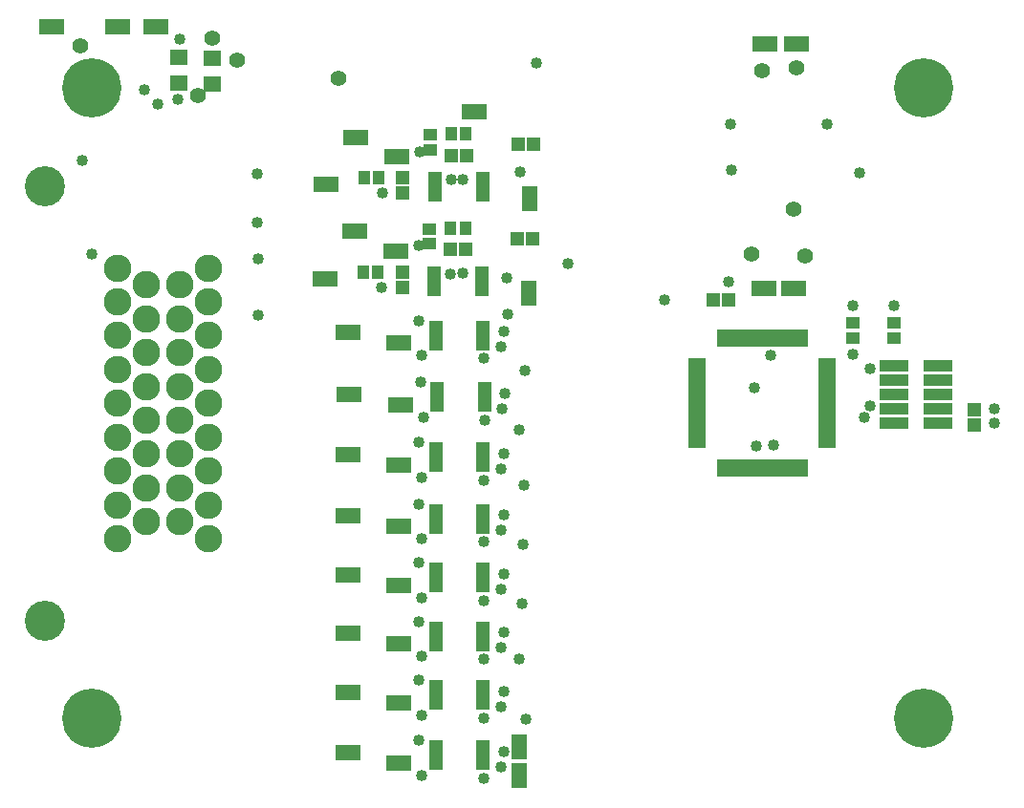
<source format=gts>
G04*
G04 #@! TF.GenerationSoftware,Altium Limited,Altium Designer,19.1.8 (144)*
G04*
G04 Layer_Color=8388736*
%FSLAX25Y25*%
%MOIN*%
G70*
G01*
G75*
%ADD25R,0.04543X0.04937*%
%ADD26R,0.09071X0.05528*%
%ADD27R,0.06118X0.05331*%
%ADD28R,0.10449X0.03992*%
%ADD29R,0.04937X0.04543*%
%ADD30R,0.04740X0.04347*%
%ADD31R,0.02181X0.06315*%
%ADD32R,0.06315X0.02181*%
%ADD33R,0.04500X0.02653*%
%ADD34R,0.04347X0.04740*%
%ADD35R,0.05528X0.09071*%
%ADD36C,0.09661*%
%ADD37C,0.13992*%
%ADD38C,0.20685*%
%ADD39C,0.04000*%
%ADD40C,0.05500*%
D25*
X246607Y176035D02*
D03*
X251922D02*
D03*
X154931Y193607D02*
D03*
X160246D02*
D03*
X178342Y197500D02*
D03*
X183658D02*
D03*
X178589Y230356D02*
D03*
X183905D02*
D03*
X155178Y226463D02*
D03*
X160493D02*
D03*
D26*
X274528Y180035D02*
D03*
X264365D02*
D03*
X264463Y265443D02*
D03*
X275500D02*
D03*
X137000Y14500D02*
D03*
X119098Y18157D02*
D03*
X137000Y35500D02*
D03*
X119098Y39157D02*
D03*
X137000Y97000D02*
D03*
X119098Y100657D02*
D03*
X137000Y118500D02*
D03*
X119098Y122157D02*
D03*
X137000Y76500D02*
D03*
X119098Y80157D02*
D03*
X137000Y56000D02*
D03*
X119098Y59657D02*
D03*
X137500Y139500D02*
D03*
X119598Y143157D02*
D03*
X137000Y161000D02*
D03*
X119098Y164657D02*
D03*
X135917Y193215D02*
D03*
X136164Y226071D02*
D03*
X121671Y200000D02*
D03*
X121918Y232856D02*
D03*
X111317Y183500D02*
D03*
X111564Y216356D02*
D03*
X163323Y241740D02*
D03*
X52268Y271500D02*
D03*
X16000D02*
D03*
X39000Y271500D02*
D03*
D27*
X71759Y260528D02*
D03*
Y251472D02*
D03*
X60358Y260720D02*
D03*
Y251665D02*
D03*
D28*
X309646Y153000D02*
D03*
X325000D02*
D03*
X309646Y148000D02*
D03*
X325000D02*
D03*
X309646Y143000D02*
D03*
X325000D02*
D03*
X309646Y138000D02*
D03*
X325000D02*
D03*
X309646Y133000D02*
D03*
X325000D02*
D03*
D29*
X337465Y137784D02*
D03*
Y132468D02*
D03*
X138089Y180450D02*
D03*
Y185765D02*
D03*
X138336Y213306D02*
D03*
Y218621D02*
D03*
D30*
X309646Y168047D02*
D03*
Y162929D02*
D03*
X295151Y168047D02*
D03*
Y162929D02*
D03*
X147730Y200774D02*
D03*
Y195656D02*
D03*
X147977Y233630D02*
D03*
Y228512D02*
D03*
D31*
X278465Y162685D02*
D03*
X276497D02*
D03*
X274528D02*
D03*
X272560D02*
D03*
X270591D02*
D03*
X268623D02*
D03*
X266654D02*
D03*
X264686D02*
D03*
X262717D02*
D03*
X260749D02*
D03*
X258780D02*
D03*
X256812D02*
D03*
X254843D02*
D03*
X252875D02*
D03*
X250906D02*
D03*
X248938D02*
D03*
Y117409D02*
D03*
X250906D02*
D03*
X252875D02*
D03*
X254843D02*
D03*
X256812D02*
D03*
X258780D02*
D03*
X260749D02*
D03*
X262717D02*
D03*
X264686D02*
D03*
X266654D02*
D03*
X268623D02*
D03*
X270591D02*
D03*
X272560D02*
D03*
X274528D02*
D03*
X276497D02*
D03*
X278465D02*
D03*
D32*
X241064Y154811D02*
D03*
Y152842D02*
D03*
Y150874D02*
D03*
Y148906D02*
D03*
Y146937D02*
D03*
Y144968D02*
D03*
Y143000D02*
D03*
Y141032D02*
D03*
Y139063D02*
D03*
Y137094D02*
D03*
Y135126D02*
D03*
Y133158D02*
D03*
Y131189D02*
D03*
Y129220D02*
D03*
Y127252D02*
D03*
Y125284D02*
D03*
X286339D02*
D03*
Y127252D02*
D03*
Y129220D02*
D03*
Y131189D02*
D03*
Y133158D02*
D03*
Y135126D02*
D03*
Y137094D02*
D03*
Y139063D02*
D03*
Y141032D02*
D03*
Y143000D02*
D03*
Y144968D02*
D03*
Y146937D02*
D03*
Y148906D02*
D03*
Y150874D02*
D03*
Y152842D02*
D03*
Y154811D02*
D03*
D33*
X166388Y159819D02*
D03*
Y162378D02*
D03*
Y164937D02*
D03*
Y167496D02*
D03*
X149809Y159819D02*
D03*
Y162378D02*
D03*
Y164937D02*
D03*
Y167496D02*
D03*
X166888Y138319D02*
D03*
Y140878D02*
D03*
Y143437D02*
D03*
Y145996D02*
D03*
X150309Y138319D02*
D03*
Y140878D02*
D03*
Y143437D02*
D03*
Y145996D02*
D03*
X166388Y117319D02*
D03*
Y119878D02*
D03*
Y122437D02*
D03*
Y124996D02*
D03*
X149809Y117319D02*
D03*
Y119878D02*
D03*
Y122437D02*
D03*
Y124996D02*
D03*
X166388Y95819D02*
D03*
Y98378D02*
D03*
Y100937D02*
D03*
Y103496D02*
D03*
X149809Y95819D02*
D03*
Y98378D02*
D03*
Y100937D02*
D03*
Y103496D02*
D03*
X166388Y75319D02*
D03*
Y77878D02*
D03*
Y80437D02*
D03*
Y82996D02*
D03*
X149809Y75319D02*
D03*
Y77878D02*
D03*
Y80437D02*
D03*
Y82996D02*
D03*
X166388Y54819D02*
D03*
Y57378D02*
D03*
Y59937D02*
D03*
Y62496D02*
D03*
X149809Y54819D02*
D03*
Y57378D02*
D03*
Y59937D02*
D03*
Y62496D02*
D03*
X166388Y34319D02*
D03*
Y36878D02*
D03*
Y39437D02*
D03*
Y41996D02*
D03*
X149809Y34319D02*
D03*
Y36878D02*
D03*
Y39437D02*
D03*
Y41996D02*
D03*
Y20996D02*
D03*
Y18437D02*
D03*
Y15878D02*
D03*
Y13319D02*
D03*
X166388Y20996D02*
D03*
Y18437D02*
D03*
Y15878D02*
D03*
Y13319D02*
D03*
X165878Y178769D02*
D03*
Y181328D02*
D03*
Y183887D02*
D03*
Y186446D02*
D03*
X149300Y178769D02*
D03*
Y181328D02*
D03*
Y183887D02*
D03*
Y186446D02*
D03*
X166125Y211625D02*
D03*
Y214184D02*
D03*
Y216743D02*
D03*
Y219302D02*
D03*
X149547Y211625D02*
D03*
Y214184D02*
D03*
Y216743D02*
D03*
Y219302D02*
D03*
D34*
X124530Y185765D02*
D03*
X129648D02*
D03*
X155030Y201107D02*
D03*
X160148D02*
D03*
X155277Y233963D02*
D03*
X160395D02*
D03*
X129895Y218621D02*
D03*
X124777D02*
D03*
D35*
X179000Y20027D02*
D03*
X179000Y10027D02*
D03*
X182348Y178460D02*
D03*
X182595Y211315D02*
D03*
D36*
X70496Y92756D02*
D03*
Y104567D02*
D03*
Y116378D02*
D03*
Y128189D02*
D03*
Y140000D02*
D03*
Y151811D02*
D03*
Y163622D02*
D03*
Y175433D02*
D03*
Y187244D02*
D03*
X60654Y110472D02*
D03*
Y122283D02*
D03*
Y134095D02*
D03*
Y145905D02*
D03*
Y157717D02*
D03*
Y169528D02*
D03*
Y181339D02*
D03*
X48842Y110472D02*
D03*
Y122283D02*
D03*
Y134095D02*
D03*
Y145905D02*
D03*
Y157717D02*
D03*
X39000Y92756D02*
D03*
Y104567D02*
D03*
Y116378D02*
D03*
Y128189D02*
D03*
Y140000D02*
D03*
Y151811D02*
D03*
Y163622D02*
D03*
Y175433D02*
D03*
Y187244D02*
D03*
X60654Y98661D02*
D03*
X48842D02*
D03*
Y181339D02*
D03*
Y169528D02*
D03*
D37*
X13409Y215787D02*
D03*
Y64213D02*
D03*
D38*
X30000Y30000D02*
D03*
Y250000D02*
D03*
X320000Y30000D02*
D03*
Y250000D02*
D03*
D39*
X184984Y258898D02*
D03*
X181362Y29685D02*
D03*
X174697Y183887D02*
D03*
X179130Y220728D02*
D03*
X174898Y170941D02*
D03*
X180925Y151445D02*
D03*
X179000Y130929D02*
D03*
X180575Y111345D02*
D03*
X180138Y90807D02*
D03*
X180000Y70000D02*
D03*
X179000Y50876D02*
D03*
X30000Y192000D02*
D03*
X260749Y145535D02*
D03*
X155277Y218022D02*
D03*
X344500Y133000D02*
D03*
Y138079D02*
D03*
X267500Y125284D02*
D03*
X261510Y125193D02*
D03*
X297500Y220500D02*
D03*
X253000Y221574D02*
D03*
X87500Y220000D02*
D03*
Y203107D02*
D03*
X88000Y190500D02*
D03*
Y170775D02*
D03*
X131111Y213306D02*
D03*
X144132Y227932D02*
D03*
X196000Y188619D02*
D03*
X159359Y218215D02*
D03*
X144000Y168936D02*
D03*
X145000Y156759D02*
D03*
X166551Y155712D02*
D03*
X173469Y164937D02*
D03*
X172551Y159705D02*
D03*
X144500Y147436D02*
D03*
X145500Y135259D02*
D03*
X167051Y134212D02*
D03*
X173969Y143437D02*
D03*
X173051Y138205D02*
D03*
X144000Y126436D02*
D03*
X145000Y114259D02*
D03*
X166551Y113212D02*
D03*
X173469Y122437D02*
D03*
X172551Y117205D02*
D03*
X144000Y104936D02*
D03*
X145000Y92759D02*
D03*
X166551Y91712D02*
D03*
X173469Y100937D02*
D03*
X172551Y95705D02*
D03*
X144000Y84436D02*
D03*
X145000Y72259D02*
D03*
X166551Y71212D02*
D03*
X173469Y80437D02*
D03*
X172551Y75205D02*
D03*
X144000Y63936D02*
D03*
X145000Y51759D02*
D03*
X166551Y50712D02*
D03*
X173469Y59937D02*
D03*
X172551Y54705D02*
D03*
X144000Y43436D02*
D03*
X145000Y31259D02*
D03*
X166551Y30212D02*
D03*
X173469Y39437D02*
D03*
X172551Y34205D02*
D03*
X60435Y267051D02*
D03*
X53000Y244500D02*
D03*
X26500Y224801D02*
D03*
X130864Y180450D02*
D03*
X155030Y185167D02*
D03*
X60031Y246193D02*
D03*
X143885Y195076D02*
D03*
X229500Y175997D02*
D03*
X251922Y182397D02*
D03*
X48232Y249500D02*
D03*
X173469Y18437D02*
D03*
X309465Y174083D02*
D03*
X295151D02*
D03*
X145000Y10259D02*
D03*
X144000Y22436D02*
D03*
X166551Y9212D02*
D03*
X172551Y13205D02*
D03*
X266654Y156878D02*
D03*
X301197Y152047D02*
D03*
X301370Y139047D02*
D03*
X295323Y157047D02*
D03*
X299323Y135047D02*
D03*
X159112Y185359D02*
D03*
X252666Y237516D02*
D03*
X286166D02*
D03*
D40*
X115850Y253339D02*
D03*
X263701Y256183D02*
D03*
X275500Y257000D02*
D03*
X274473Y207627D02*
D03*
X278465Y191370D02*
D03*
X260000Y192000D02*
D03*
X72000Y267500D02*
D03*
X80500Y259740D02*
D03*
X66791Y247500D02*
D03*
X26000Y264921D02*
D03*
M02*

</source>
